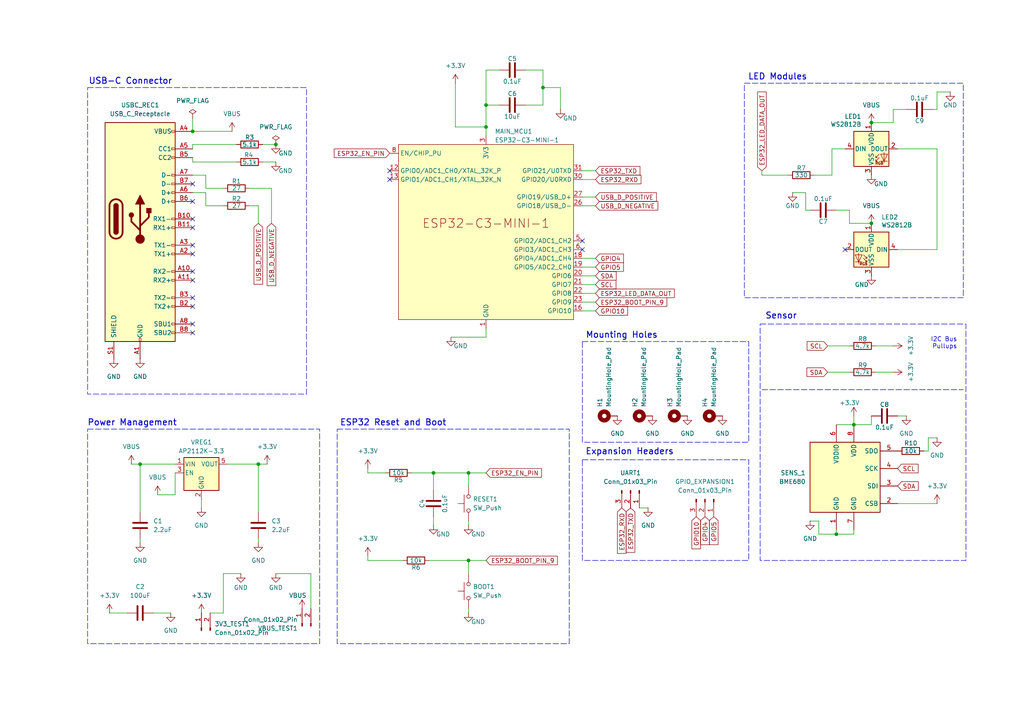
<source format=kicad_sch>
(kicad_sch (version 20250114) (generator "eeschema") (generator_version "9.0")
  (paper "A4")
  (title_block (title "THPDL-2511") (date "2025-12-01") (rev "1.0") (company "Stratos Thivaios (c) 2025 - https://github.com/sthivaios"))
  (lib_symbols
    (symbol "Connector:Conn_01x02_Pin" (pin_names (offset 1.016) (hide yes))
      (property "Reference" "J" (at 0 2.54 0))
      (property "Value" "Conn_01x02_Pin" (at 0 -5.08 0))
      (symbol "Conn_01x02_Pin_1_1"
        (rectangle (start 0.8636 0.127) (end 0 -0.127) (stroke (width 0.1524)) (fill (type outline)))
        (rectangle (start 0.8636 -2.413) (end 0 -2.667) (stroke (width 0.1524)) (fill (type outline)))
        (polyline (pts (xy 1.27 0) (xy 0.8636 0)) (stroke (width 0.1524)))
        (polyline (pts (xy 1.27 -2.54) (xy 0.8636 -2.54)) (stroke (width 0.1524)))
        (pin passive line (at 5.08 0 180) (length 3.81) (name "Pin_1") (number "1"))
        (pin passive line (at 5.08 -2.54 180) (length 3.81) (name "Pin_2") (number "2"))
      )
    )
    (symbol "Connector:Conn_01x03_Pin" (pin_names (offset 1.016) (hide yes))
      (property "Reference" "J" (at 0 5.08 0))
      (property "Value" "Conn_01x03_Pin" (at 0 -5.08 0))
      (symbol "Conn_01x03_Pin_1_1"
        (rectangle (start 0.8636 2.667) (end 0 2.413) (stroke (width 0.1524)) (fill (type outline)))
        (rectangle (start 0.8636 0.127) (end 0 -0.127) (stroke (width 0.1524)) (fill (type outline)))
        (rectangle (start 0.8636 -2.413) (end 0 -2.667) (stroke (width 0.1524)) (fill (type outline)))
        (polyline (pts (xy 1.27 2.54) (xy 0.8636 2.54)) (stroke (width 0.1524)))
        (polyline (pts (xy 1.27 0) (xy 0.8636 0)) (stroke (width 0.1524)))
        (polyline (pts (xy 1.27 -2.54) (xy 0.8636 -2.54)) (stroke (width 0.1524)))
        (pin passive line (at 5.08 2.54 180) (length 3.81) (name "Pin_1") (number "1"))
        (pin passive line (at 5.08 0 180) (length 3.81) (name "Pin_2") (number "2"))
        (pin passive line (at 5.08 -2.54 180) (length 3.81) (name "Pin_3") (number "3"))
      )
    )
    (symbol "Connector:USB_C_Receptacle" (pin_names (offset 1.016))
      (property "Reference" "J" (at -10.16 29.21 0))
      (property "Value" "USB_C_Receptacle" (at 10.16 29.21 0))
      (symbol "USB_C_Receptacle_0_0"
        (rectangle (start -0.254 -35.56) (end 0.254 -34.544))
        (rectangle (start 10.16 25.654) (end 9.144 25.146))
        (rectangle (start 10.16 20.574) (end 9.144 20.066))
        (rectangle (start 10.16 18.034) (end 9.144 17.526))
        (rectangle (start 10.16 12.954) (end 9.144 12.446))
        (rectangle (start 10.16 10.414) (end 9.144 9.906))
        (rectangle (start 10.16 7.874) (end 9.144 7.366))
        (rectangle (start 10.16 5.334) (end 9.144 4.826))
        (rectangle (start 10.16 0.254) (end 9.144 -0.254))
        (rectangle (start 10.16 -2.286) (end 9.144 -2.794))
        (rectangle (start 10.16 -7.366) (end 9.144 -7.874))
        (rectangle (start 10.16 -9.906) (end 9.144 -10.414))
        (rectangle (start 10.16 -14.986) (end 9.144 -15.494))
        (rectangle (start 10.16 -17.526) (end 9.144 -18.034))
        (rectangle (start 10.16 -22.606) (end 9.144 -23.114))
        (rectangle (start 10.16 -25.146) (end 9.144 -25.654))
        (rectangle (start 10.16 -30.226) (end 9.144 -30.734))
        (rectangle (start 10.16 -32.766) (end 9.144 -33.274))
      )
      (symbol "USB_C_Receptacle_0_1"
        (rectangle (start -10.16 27.94) (end 10.16 -35.56) (stroke (width 0.254)) (fill (type background)))
        (polyline (pts (xy -8.89 -3.81) (xy -8.89 3.81)) (stroke (width 0.508)))
        (rectangle (start -7.62 -3.81) (end -6.35 3.81) (stroke (width 0.254)) (fill (type outline)))
        (arc (start -7.62 3.81) (mid -6.985 4.4423) (end -6.35 3.81) (stroke (width 0.254)))
        (arc (start -7.62 3.81) (mid -6.985 4.4423) (end -6.35 3.81) (stroke (width 0.254)) (fill (type outline)))
        (arc (start -8.89 3.81) (mid -6.985 5.7067) (end -5.08 3.81) (stroke (width 0.508)))
        (arc (start -5.08 -3.81) (mid -6.985 -5.7067) (end -8.89 -3.81) (stroke (width 0.508)))
        (arc (start -6.35 -3.81) (mid -6.985 -4.4423) (end -7.62 -3.81) (stroke (width 0.254)))
        (arc (start -6.35 -3.81) (mid -6.985 -4.4423) (end -7.62 -3.81) (stroke (width 0.254)) (fill (type outline)))
        (polyline (pts (xy -5.08 3.81) (xy -5.08 -3.81)) (stroke (width 0.508)))
      )
      (symbol "USB_C_Receptacle_1_1"
        (circle (center -2.54 1.143) (radius 0.635) (stroke (width 0.254)) (fill (type outline)))
        (polyline (pts (xy -1.27 4.318) (xy 0 6.858) (xy 1.27 4.318) (xy -1.27 4.318)) (stroke (width 0.254)) (fill (type outline)))
        (polyline (pts (xy 0 -2.032) (xy 2.54 0.508) (xy 2.54 1.778)) (stroke (width 0.508)))
        (polyline (pts (xy 0 -3.302) (xy -2.54 -0.762) (xy -2.54 0.508)) (stroke (width 0.508)))
        (polyline (pts (xy 0 -5.842) (xy 0 4.318)) (stroke (width 0.508)))
        (circle (center 0 -5.842) (radius 1.27) (fill (type outline)))
        (rectangle (start 1.905 1.778) (end 3.175 3.048) (stroke (width 0.254)) (fill (type outline)))
        (pin passive line (at -7.62 -40.64 90) (length 5.08) (name "SHIELD") (number "S1"))
        (pin passive line (at 0 -40.64 90) (length 5.08) (name "GND") (number "A1"))
        (pin passive line (at 0 -40.64 90) (length 5.08) (hide yes) (name "GND") (number "A12"))
        (pin passive line (at 0 -40.64 90) (length 5.08) (hide yes) (name "GND") (number "B1"))
        (pin passive line (at 0 -40.64 90) (length 5.08) (hide yes) (name "GND") (number "B12"))
        (pin passive line (at 15.24 25.4 180) (length 5.08) (name "VBUS") (number "A4"))
        (pin passive line (at 15.24 25.4 180) (length 5.08) (hide yes) (name "VBUS") (number "A9"))
        (pin passive line (at 15.24 25.4 180) (length 5.08) (hide yes) (name "VBUS") (number "B4"))
        (pin passive line (at 15.24 25.4 180) (length 5.08) (hide yes) (name "VBUS") (number "B9"))
        (pin bidirectional line (at 15.24 20.32 180) (length 5.08) (name "CC1") (number "A5"))
        (pin bidirectional line (at 15.24 17.78 180) (length 5.08) (name "CC2") (number "B5"))
        (pin bidirectional line (at 15.24 12.7 180) (length 5.08) (name "D-") (number "A7"))
        (pin bidirectional line (at 15.24 10.16 180) (length 5.08) (name "D-") (number "B7"))
        (pin bidirectional line (at 15.24 7.62 180) (length 5.08) (name "D+") (number "A6"))
        (pin bidirectional line (at 15.24 5.08 180) (length 5.08) (name "D+") (number "B6"))
        (pin bidirectional line (at 15.24 0 180) (length 5.08) (name "RX1-") (number "B10"))
        (pin bidirectional line (at 15.24 -2.54 180) (length 5.08) (name "RX1+") (number "B11"))
        (pin bidirectional line (at 15.24 -7.62 180) (length 5.08) (name "TX1-") (number "A3"))
        (pin bidirectional line (at 15.24 -10.16 180) (length 5.08) (name "TX1+") (number "A2"))
        (pin bidirectional line (at 15.24 -15.24 180) (length 5.08) (name "RX2-") (number "A10"))
        (pin bidirectional line (at 15.24 -17.78 180) (length 5.08) (name "RX2+") (number "A11"))
        (pin bidirectional line (at 15.24 -22.86 180) (length 5.08) (name "TX2-") (number "B3"))
        (pin bidirectional line (at 15.24 -25.4 180) (length 5.08) (name "TX2+") (number "B2"))
        (pin bidirectional line (at 15.24 -30.48 180) (length 5.08) (name "SBU1") (number "A8"))
        (pin bidirectional line (at 15.24 -33.02 180) (length 5.08) (name "SBU2") (number "B8"))
      )
    )
    (symbol "Device:C" (pin_numbers (hide yes)) (pin_names (offset 0.254))
      (property "Reference" "C" (at 0.635 2.54 0))
      (property "Value" "C" (at 0.635 -2.54 0))
      (symbol "C_0_1"
        (polyline (pts (xy -2.032 0.762) (xy 2.032 0.762)) (stroke (width 0.508)))
        (polyline (pts (xy -2.032 -0.762) (xy 2.032 -0.762)) (stroke (width 0.508)))
      )
      (symbol "C_1_1"
        (pin passive line (at 0 3.81 270) (length 2.794) (name "~") (number "1"))
        (pin passive line (at 0 -3.81 90) (length 2.794) (name "~") (number "2"))
      )
    )
    (symbol "Device:R" (pin_numbers (hide yes)) (pin_names (offset 0))
      (property "Reference" "R" (at 2.032 0 90))
      (property "Value" "R" (at 0 0 90))
      (symbol "R_0_1"
        (rectangle (start -1.016 -2.54) (end 1.016 2.54) (stroke (width 0.254)))
      )
      (symbol "R_1_1"
        (pin passive line (at 0 3.81 270) (length 1.27) (name "~") (number "1"))
        (pin passive line (at 0 -3.81 90) (length 1.27) (name "~") (number "2"))
      )
    )
    (symbol "LED:WS2812B" (pin_names (offset 0.254))
      (property "Reference" "D" (at 5.08 5.715 0))
      (property "Value" "WS2812B" (at 1.27 -5.715 0))
      (symbol "WS2812B_0_0"
        (text "RGB" (at 2.286 -4.191 0) (effects (font (size 0.762 0.762))))
      )
      (symbol "WS2812B_0_1"
        (polyline (pts (xy 1.27 -2.54) (xy 1.778 -2.54)))
        (polyline (pts (xy 1.27 -3.556) (xy 1.778 -3.556)))
        (polyline (pts (xy 2.286 -1.524) (xy 1.27 -2.54) (xy 1.27 -2.032)))
        (polyline (pts (xy 2.286 -2.54) (xy 1.27 -3.556) (xy 1.27 -3.048)))
        (polyline (pts (xy 3.683 -1.016) (xy 3.683 -3.556) (xy 3.683 -4.064)))
        (polyline (pts (xy 4.699 -1.524) (xy 2.667 -1.524) (xy 3.683 -3.556) (xy 4.699 -1.524)))
        (polyline (pts (xy 4.699 -3.556) (xy 2.667 -3.556)))
        (rectangle (start 5.08 5.08) (end -5.08 -5.08) (stroke (width 0.254)) (fill (type background)))
      )
      (symbol "WS2812B_1_1"
        (pin input line (at -7.62 0 0) (length 2.54) (name "DIN") (number "4"))
        (pin power_in line (at 0 7.62 270) (length 2.54) (name "VDD") (number "1"))
        (pin power_in line (at 0 -7.62 90) (length 2.54) (name "VSS") (number "3"))
        (pin output line (at 7.62 0 180) (length 2.54) (name "DOUT") (number "2"))
      )
    )
    (symbol "Mechanical:MountingHole_Pad" (pin_numbers (hide yes)) (pin_names (offset 1.016) (hide yes)) (in_bom no)
      (property "Reference" "H" (at 0 6.35 0))
      (property "Value" "MountingHole_Pad" (at 0 4.445 0))
      (symbol "MountingHole_Pad_0_1"
        (circle (center 0 1.27) (radius 1.27) (stroke (width 1.27)))
      )
      (symbol "MountingHole_Pad_1_1"
        (pin input line (at 0 -2.54 90) (length 2.54) (name "1") (number "1"))
      )
    )
    (symbol "PCM_Espressif:ESP32-C3-MINI-1"
      (property "Reference" "U" (at -25.4 30.48 0))
      (property "Value" "ESP32-C3-MINI-1" (at -25.4 27.94 0))
      (symbol "ESP32-C3-MINI-1_0_0"
        (text "ESP32-C3-MINI-1" (at 0 2.54 0) (effects (font (size 2.54 2.54))))
      )
      (symbol "ESP32-C3-MINI-1_0_1"
        (rectangle (start -25.4 25.4) (end 25.4 -25.4) (fill (type background)))
      )
      (symbol "ESP32-C3-MINI-1_1_1"
        (pin input line (at -27.94 22.86 0) (length 2.54) (name "EN/CHIP_PU") (number "8"))
        (pin bidirectional line (at -27.94 17.78 0) (length 2.54) (name "GPIO0/ADC1_CH0/XTAL_32K_P") (number "12"))
        (pin bidirectional line (at -27.94 15.24 0) (length 2.54) (name "GPIO1/ADC1_CH1/XTAL_32K_N") (number "13"))
        (pin no_connect line (at -25.4 10.16 0) (length 2.54) (hide yes) (name "NC") (number "4"))
        (pin no_connect line (at -25.4 7.62 0) (length 2.54) (hide yes) (name "NC") (number "7"))
        (pin no_connect line (at -25.4 5.08 0) (length 2.54) (hide yes) (name "NC") (number "9"))
        (pin no_connect line (at -25.4 2.54 0) (length 2.54) (hide yes) (name "NC") (number "10"))
        (pin no_connect line (at -25.4 0 0) (length 2.54) (hide yes) (name "NC") (number "15"))
        (pin no_connect line (at -25.4 -2.54 0) (length 2.54) (hide yes) (name "NC") (number "17"))
        (pin no_connect line (at -25.4 -5.08 0) (length 2.54) (hide yes) (name "NC") (number "24"))
        (pin no_connect line (at -25.4 -7.62 0) (length 2.54) (hide yes) (name "NC") (number "25"))
        (pin no_connect line (at -25.4 -10.16 0) (length 2.54) (hide yes) (name "NC") (number "28"))
        (pin no_connect line (at -25.4 -12.7 0) (length 2.54) (hide yes) (name "NC") (number "29"))
        (pin no_connect line (at -25.4 -15.24 0) (length 2.54) (hide yes) (name "NC") (number "32"))
        (pin no_connect line (at -25.4 -17.78 0) (length 2.54) (hide yes) (name "NC") (number "33"))
        (pin no_connect line (at -25.4 -20.32 0) (length 2.54) (hide yes) (name "NC") (number "34"))
        (pin no_connect line (at -25.4 -22.86 0) (length 2.54) (hide yes) (name "NC") (number "35"))
        (pin power_in line (at 0 27.94 270) (length 2.54) (name "3V3") (number "3"))
        (pin power_in line (at 0 -27.94 90) (length 2.54) (name "GND") (number "1"))
        (pin passive line (at 0 -27.94 90) (length 2.54) (hide yes) (name "GND") (number "11"))
        (pin passive line (at 0 -27.94 90) (length 2.54) (hide yes) (name "GND") (number "14"))
        (pin passive line (at 0 -27.94 90) (length 2.54) (hide yes) (name "GND") (number "2"))
        (pin passive line (at 0 -27.94 90) (length 2.54) (hide yes) (name "GND") (number "36"))
        (pin passive line (at 0 -27.94 90) (length 2.54) (hide yes) (name "GND") (number "37"))
        (pin passive line (at 0 -27.94 90) (length 2.54) (hide yes) (name "GND") (number "38"))
        (pin passive line (at 0 -27.94 90) (length 2.54) (hide yes) (name "GND") (number "39"))
        (pin passive line (at 0 -27.94 90) (length 2.54) (hide yes) (name "GND") (number "40"))
        (pin passive line (at 0 -27.94 90) (length 2.54) (hide yes) (name "GND") (number "41"))
        (pin passive line (at 0 -27.94 90) (length 2.54) (hide yes) (name "GND") (number "42"))
        (pin passive line (at 0 -27.94 90) (length 2.54) (hide yes) (name "GND") (number "43"))
        (pin passive line (at 0 -27.94 90) (length 2.54) (hide yes) (name "GND") (number "44"))
        (pin passive line (at 0 -27.94 90) (length 2.54) (hide yes) (name "GND") (number "45"))
        (pin passive line (at 0 -27.94 90) (length 2.54) (hide yes) (name "GND") (number "46"))
        (pin passive line (at 0 -27.94 90) (length 2.54) (hide yes) (name "GND") (number "47"))
        (pin passive line (at 0 -27.94 90) (length 2.54) (hide yes) (name "GND") (number "48"))
        (pin passive line (at 0 -27.94 90) (length 2.54) (hide yes) (name "GND") (number "49"))
        (pin passive line (at 0 -27.94 90) (length 2.54) (hide yes) (name "GND") (number "50"))
        (pin passive line (at 0 -27.94 90) (length 2.54) (hide yes) (name "GND") (number "51"))
        (pin passive line (at 0 -27.94 90) (length 2.54) (hide yes) (name "GND") (number "52"))
        (pin passive line (at 0 -27.94 90) (length 2.54) (hide yes) (name "GND") (number "53"))
        (pin bidirectional line (at 27.94 17.78 180) (length 2.54) (name "GPIO21/U0TXD") (number "31"))
        (pin bidirectional line (at 27.94 15.24 180) (length 2.54) (name "GPIO20/U0RXD") (number "30"))
        (pin bidirectional line (at 27.94 10.16 180) (length 2.54) (name "GPIO19/USB_D+") (number "27"))
        (pin bidirectional line (at 27.94 7.62 180) (length 2.54) (name "GPIO18/USB_D-") (number "26"))
        (pin bidirectional line (at 27.94 -2.54 180) (length 2.54) (name "GPIO2/ADC1_CH2") (number "5"))
        (pin bidirectional line (at 27.94 -5.08 180) (length 2.54) (name "GPIO3/ADC1_CH3") (number "6"))
        (pin bidirectional line (at 27.94 -7.62 180) (length 2.54) (name "GPIO4/ADC1_CH4") (number "18"))
        (pin bidirectional line (at 27.94 -10.16 180) (length 2.54) (name "GPIO5/ADC2_CH0") (number "19"))
        (pin bidirectional line (at 27.94 -12.7 180) (length 2.54) (name "GPIO6") (number "20"))
        (pin bidirectional line (at 27.94 -15.24 180) (length 2.54) (name "GPIO7") (number "21"))
        (pin bidirectional line (at 27.94 -17.78 180) (length 2.54) (name "GPIO8") (number "22"))
        (pin bidirectional line (at 27.94 -20.32 180) (length 2.54) (name "GPIO9") (number "23"))
        (pin bidirectional line (at 27.94 -22.86 180) (length 2.54) (name "GPIO10") (number "16"))
      )
    )
    (symbol "Regulator_Linear:AP2112K-3.3" (pin_names (offset 0.254))
      (property "Reference" "U" (at -5.08 5.715 0))
      (property "Value" "AP2112K-3.3" (at 0 5.715 0))
      (symbol "AP2112K-3.3_0_1"
        (rectangle (start -5.08 4.445) (end 5.08 -5.08) (stroke (width 0.254)) (fill (type background)))
      )
      (symbol "AP2112K-3.3_1_1"
        (pin power_in line (at -7.62 2.54 0) (length 2.54) (name "VIN") (number "1"))
        (pin input line (at -7.62 0 0) (length 2.54) (name "EN") (number "3"))
        (pin power_in line (at 0 -7.62 90) (length 2.54) (name "GND") (number "2"))
        (pin no_connect line (at 5.08 0 180) (length 2.54) (hide yes) (name "NC") (number "4"))
        (pin power_out line (at 7.62 2.54 180) (length 2.54) (name "VOUT") (number "5"))
      )
    )
    (symbol "Sensor:BME680"
      (property "Reference" "U" (at -8.89 11.43 0))
      (property "Value" "BME680" (at 7.62 11.43 0))
      (symbol "BME680_0_1"
        (rectangle (start -10.16 10.16) (end 10.16 -10.16) (stroke (width 0.254)) (fill (type background)))
      )
      (symbol "BME680_1_1"
        (pin power_in line (at -2.54 15.24 270) (length 5.08) (name "VDDIO") (number "6"))
        (pin power_in line (at -2.54 -15.24 90) (length 5.08) (name "GND") (number "1"))
        (pin power_in line (at 2.54 15.24 270) (length 5.08) (name "VDD") (number "8"))
        (pin power_in line (at 2.54 -15.24 90) (length 5.08) (name "GND") (number "7"))
        (pin bidirectional line (at 15.24 7.62 180) (length 5.08) (name "SDO") (number "5"))
        (pin input line (at 15.24 2.54 180) (length 5.08) (name "SCK") (number "4"))
        (pin bidirectional line (at 15.24 -2.54 180) (length 5.08) (name "SDI") (number "3"))
        (pin input line (at 15.24 -7.62 180) (length 5.08) (name "CSB") (number "2"))
      )
    )
    (symbol "Switch:SW_Push" (pin_numbers (hide yes)) (pin_names (offset 1.016) (hide yes))
      (property "Reference" "SW" (at 1.27 2.54 0))
      (property "Value" "SW_Push" (at 0 -1.524 0))
      (symbol "SW_Push_0_1"
        (circle (center -2.032 0) (radius 0.508))
        (polyline (pts (xy 0 1.27) (xy 0 3.048)))
        (circle (center 2.032 0) (radius 0.508))
        (polyline (pts (xy 2.54 1.27) (xy -2.54 1.27)))
        (pin passive line (at -5.08 0 0) (length 2.54) (name "1") (number "1"))
        (pin passive line (at 5.08 0 180) (length 2.54) (name "2") (number "2"))
      )
    )
    (symbol "power:+3.3V" (power) (pin_numbers (hide yes)) (pin_names (offset 0) (hide yes))
      (property "Value" "+3.3V" (at 0 3.556 0))
      (symbol "+3.3V_0_1"
        (polyline (pts (xy -0.762 1.27) (xy 0 2.54)))
        (polyline (pts (xy 0 2.54) (xy 0.762 1.27)))
        (polyline (pts (xy 0 0) (xy 0 2.54)))
      )
      (symbol "+3.3V_1_1"
        (pin power_in line (at 0 0 90) (length 0) (name "~") (number "1"))
      )
    )
    (symbol "power:GND" (power) (pin_numbers (hide yes)) (pin_names (offset 0) (hide yes))
      (property "Value" "GND" (at 0 -3.81 0))
      (symbol "GND_0_1"
        (polyline (pts (xy 0 0) (xy 0 -1.27) (xy 1.27 -1.27) (xy 0 -2.54) (xy -1.27 -1.27) (xy 0 -1.27)))
      )
      (symbol "GND_1_1"
        (pin power_in line (at 0 0 270) (length 0) (name "~") (number "1"))
      )
    )
    (symbol "power:PWR_FLAG" (power) (pin_numbers (hide yes)) (pin_names (offset 0) (hide yes))
      (property "Value" "PWR_FLAG" (at 0 3.81 0))
      (symbol "PWR_FLAG_0_0"
        (pin power_out line (at 0 0 90) (length 0) (name "~") (number "1"))
      )
      (symbol "PWR_FLAG_0_1"
        (polyline (pts (xy 0 0) (xy 0 1.27) (xy -1.016 1.905) (xy 0 2.54) (xy 1.016 1.905) (xy 0 1.27)))
      )
    )
    (symbol "power:VBUS" (power) (pin_numbers (hide yes)) (pin_names (offset 0) (hide yes))
      (property "Value" "VBUS" (at 0 3.556 0))
      (symbol "VBUS_0_1"
        (polyline (pts (xy -0.762 1.27) (xy 0 2.54)))
        (polyline (pts (xy 0 2.54) (xy 0.762 1.27)))
        (polyline (pts (xy 0 0) (xy 0 2.54)))
      )
      (symbol "VBUS_1_1"
        (pin power_in line (at 0 0 90) (length 0) (name "~") (number "1"))
      )
    )
  )
  (rectangle (start 168.91 99.06) (end 217.17 128.27) (stroke (width 0) (type dash)))
  (rectangle (start 168.91 133.35) (end 217.17 162.56) (stroke (width 0) (type dash)))
  (rectangle (start 25.4 124.46) (end 92.71 186.69) (stroke (width 0) (type dash)))
  (rectangle (start 215.9 24.13) (end 279.4 86.36) (stroke (width 0) (type dash)))
  (rectangle (start 97.79 124.46) (end 165.1 186.69) (stroke (width 0) (type dash)))
  (rectangle (start 220.472 93.98) (end 280.162 162.56) (stroke (width 0) (type dash)))
  (rectangle (start 25.4 25.4) (end 88.9 114.3) (stroke (width 0) (type dash)))
  (text "Mounting Holes" (at 180.34 97.282 0) (effects (font (size 1.778 1.778) (thickness 0.254) (bold yes))))
  (text "ESP32 Reset and Boot" (at 114.046 122.682 0) (effects (font (size 1.778 1.778) (thickness 0.254) (bold yes))))
  (text "Power Management" (at 38.354 122.682 0) (effects (font (size 1.778 1.778) (thickness 0.254) (bold yes))))
  (text "USB-C Connector" (at 37.846 23.622 0) (effects (font (size 1.778 1.778) (thickness 0.254) (bold yes))))
  (text "Expansion Headers" (at 182.626 131.064 0) (effects (font (size 1.778 1.778) (thickness 0.254) (bold yes))))
  (text "LED Modules" (at 216.916 22.352 0) (effects (font (size 1.778 1.778) (thickness 0.254) (bold yes)) (justify left)))
  (text "Sensor" (at 226.568 91.694 0) (effects (font (size 1.778 1.778) (thickness 0.254) (bold yes))))
  (text "I2C Bus\nPullups" (at 277.622 99.568 0) (effects (font (size 1.27 1.27)) (justify right)))
  (junction (at 242.57 154.94))
  (junction (at 157.48 25.4))
  (junction (at 40.64 134.62))
  (junction (at 140.97 30.48))
  (junction (at 80.01 41.91))
  (junction (at 74.93 134.62))
  (junction (at 55.88 38.1))
  (junction (at 247.65 123.19))
  (junction (at 135.89 137.16))
  (junction (at 140.97 36.83))
  (junction (at 135.89 162.56))
  (junction (at 252.73 64.77))
  (junction (at 125.73 137.16))
  (junction (at 252.73 35.56))
  (no_connect (at 55.88 96.52))
  (no_connect (at 168.91 72.39))
  (no_connect (at 55.88 78.74))
  (no_connect (at 55.88 73.66))
  (no_connect (at 245.11 72.39))
  (no_connect (at 55.88 88.9))
  (no_connect (at 168.91 69.85))
  (no_connect (at 55.88 53.34))
  (no_connect (at 55.88 93.98))
  (no_connect (at 55.88 66.04))
  (no_connect (at 113.03 52.07))
  (no_connect (at 55.88 63.5))
  (no_connect (at 55.88 86.36))
  (no_connect (at 55.88 58.42))
  (no_connect (at 113.03 49.53))
  (no_connect (at 55.88 81.28))
  (no_connect (at 55.88 71.12))
  (wire (pts (xy 168.91 90.17) (xy 172.72 90.17)))
  (wire (pts (xy 106.68 137.16) (xy 106.68 135.89)))
  (wire (pts (xy 125.73 137.16) (xy 119.38 137.16)))
  (wire (pts (xy 241.3 43.18) (xy 245.11 43.18)))
  (wire (pts (xy 162.56 25.4) (xy 162.56 31.75)))
  (wire (pts (xy 55.88 34.29) (xy 55.88 38.1)))
  (wire (pts (xy 271.78 31.75) (xy 271.78 26.67)))
  (wire (pts (xy 55.88 41.91) (xy 68.58 41.91)))
  (wire (pts (xy 168.91 57.15) (xy 172.72 57.15)))
  (wire (pts (xy 125.73 137.16) (xy 135.89 137.16)))
  (wire (pts (xy 271.78 26.67) (xy 275.59 26.67)))
  (wire (pts (xy 247.65 123.19) (xy 252.73 123.19)))
  (wire (pts (xy 135.89 176.53) (xy 135.89 177.8)))
  (wire (pts (xy 259.08 35.56) (xy 259.08 31.75)))
  (wire (pts (xy 45.72 143.51) (xy 50.8 143.51)))
  (wire (pts (xy 242.57 154.94) (xy 247.65 154.94)))
  (wire (pts (xy 60.96 177.8) (xy 64.77 177.8)))
  (wire (pts (xy 271.78 31.75) (xy 270.51 31.75)))
  (wire (pts (xy 259.08 100.33) (xy 254 100.33)))
  (wire (pts (xy 247.65 120.65) (xy 247.65 123.19)))
  (wire (pts (xy 242.57 153.67) (xy 242.57 154.94)))
  (wire (pts (xy 125.73 149.86) (xy 125.73 152.4)))
  (wire (pts (xy 252.73 64.77) (xy 246.38 64.77)))
  (wire (pts (xy 220.98 49.53) (xy 220.98 50.8)))
  (wire (pts (xy 240.03 100.33) (xy 246.38 100.33)))
  (wire (pts (xy 55.88 45.72) (xy 55.88 46.99)))
  (wire (pts (xy 157.48 25.4) (xy 162.56 25.4)))
  (wire (pts (xy 55.88 46.99) (xy 68.58 46.99)))
  (wire (pts (xy 172.72 87.63) (xy 168.91 87.63)))
  (wire (pts (xy 59.69 59.69) (xy 64.77 59.69)))
  (wire (pts (xy 130.81 97.79) (xy 140.97 97.79)))
  (wire (pts (xy 252.73 35.56) (xy 259.08 35.56)))
  (wire (pts (xy 259.08 31.75) (xy 262.89 31.75)))
  (wire (pts (xy 59.69 54.61) (xy 59.69 50.8)))
  (wire (pts (xy 132.08 36.83) (xy 132.08 24.13)))
  (wire (pts (xy 242.57 123.19) (xy 247.65 123.19)))
  (wire (pts (xy 59.69 50.8) (xy 55.88 50.8)))
  (wire (pts (xy 55.88 38.1) (xy 67.31 38.1)))
  (wire (pts (xy 168.91 82.55) (xy 172.72 82.55)))
  (wire (pts (xy 59.69 54.61) (xy 64.77 54.61)))
  (wire (pts (xy 135.89 137.16) (xy 135.89 140.97)))
  (wire (pts (xy 140.97 97.79) (xy 140.97 95.25)))
  (wire (pts (xy 78.74 64.77) (xy 78.74 54.61)))
  (wire (pts (xy 260.35 120.65) (xy 262.89 120.65)))
  (wire (pts (xy 125.73 137.16) (xy 125.73 142.24)))
  (wire (pts (xy 236.22 50.8) (xy 241.3 50.8)))
  (wire (pts (xy 140.97 36.83) (xy 140.97 39.37)))
  (wire (pts (xy 168.91 49.53) (xy 172.72 49.53)))
  (wire (pts (xy 259.08 107.95) (xy 254 107.95)))
  (wire (pts (xy 246.38 60.96) (xy 242.57 60.96)))
  (wire (pts (xy 157.48 20.32) (xy 157.48 25.4)))
  (wire (pts (xy 58.42 144.78) (xy 58.42 147.32)))
  (wire (pts (xy 233.68 60.96) (xy 233.68 55.88)))
  (wire (pts (xy 237.49 154.94) (xy 242.57 154.94)))
  (wire (pts (xy 247.65 154.94) (xy 247.65 153.67)))
  (wire (pts (xy 269.24 130.81) (xy 269.24 127)))
  (wire (pts (xy 260.35 146.05) (xy 271.78 146.05)))
  (wire (pts (xy 267.97 130.81) (xy 269.24 130.81)))
  (wire (pts (xy 40.64 156.21) (xy 40.64 157.48)))
  (wire (pts (xy 72.39 54.61) (xy 78.74 54.61)))
  (wire (pts (xy 74.93 134.62) (xy 77.47 134.62)))
  (wire (pts (xy 240.03 107.95) (xy 246.38 107.95)))
  (wire (pts (xy 124.46 162.56) (xy 135.89 162.56)))
  (wire (pts (xy 106.68 137.16) (xy 111.76 137.16)))
  (wire (pts (xy 31.75 177.8) (xy 36.83 177.8)))
  (wire (pts (xy 168.91 59.69) (xy 172.72 59.69)))
  (wire (pts (xy 144.78 20.32) (xy 140.97 20.32)))
  (wire (pts (xy 74.93 156.21) (xy 74.93 157.48)))
  (wire (pts (xy 106.68 162.56) (xy 106.68 161.29)))
  (wire (pts (xy 237.49 154.94) (xy 237.49 151.13)))
  (wire (pts (xy 135.89 151.13) (xy 135.89 152.4)))
  (wire (pts (xy 144.78 30.48) (xy 140.97 30.48)))
  (wire (pts (xy 220.98 50.8) (xy 228.6 50.8)))
  (wire (pts (xy 168.91 77.47) (xy 172.72 77.47)))
  (wire (pts (xy 140.97 20.32) (xy 140.97 30.48)))
  (wire (pts (xy 55.88 43.18) (xy 55.88 41.91)))
  (wire (pts (xy 252.73 123.19) (xy 252.73 120.65)))
  (wire (pts (xy 140.97 30.48) (xy 140.97 36.83)))
  (wire (pts (xy 168.91 85.09) (xy 172.72 85.09)))
  (wire (pts (xy 66.04 134.62) (xy 74.93 134.62)))
  (wire (pts (xy 59.69 55.88) (xy 55.88 55.88)))
  (wire (pts (xy 246.38 64.77) (xy 246.38 60.96)))
  (wire (pts (xy 157.48 25.4) (xy 157.48 30.48)))
  (wire (pts (xy 233.68 55.88) (xy 229.87 55.88)))
  (wire (pts (xy 135.89 162.56) (xy 140.97 162.56)))
  (wire (pts (xy 271.78 43.18) (xy 271.78 72.39)))
  (wire (pts (xy 74.93 59.69) (xy 72.39 59.69)))
  (wire (pts (xy 237.49 151.13) (xy 234.95 151.13)))
  (wire (pts (xy 168.91 52.07) (xy 172.72 52.07)))
  (wire (pts (xy 40.64 134.62) (xy 50.8 134.62)))
  (wire (pts (xy 80.01 46.99) (xy 76.2 46.99)))
  (polyline (pts (xy 220.98 113.03) (xy 279.4 113.03)) (stroke (width 0) (type dash)))
  (wire (pts (xy 187.96 147.32) (xy 185.42 147.32)))
  (wire (pts (xy 135.89 162.56) (xy 135.89 166.37)))
  (wire (pts (xy 233.68 60.96) (xy 234.95 60.96)))
  (wire (pts (xy 269.24 127) (xy 271.78 127)))
  (wire (pts (xy 90.17 166.37) (xy 90.17 176.53)))
  (wire (pts (xy 152.4 20.32) (xy 157.48 20.32)))
  (wire (pts (xy 59.69 59.69) (xy 59.69 55.88)))
  (wire (pts (xy 260.35 43.18) (xy 271.78 43.18)))
  (wire (pts (xy 49.53 177.8) (xy 44.45 177.8)))
  (wire (pts (xy 64.77 166.37) (xy 69.85 166.37)))
  (wire (pts (xy 40.64 134.62) (xy 40.64 148.59)))
  (wire (pts (xy 50.8 143.51) (xy 50.8 137.16)))
  (wire (pts (xy 64.77 177.8) (xy 64.77 166.37)))
  (wire (pts (xy 168.91 74.93) (xy 172.72 74.93)))
  (wire (pts (xy 80.01 41.91) (xy 76.2 41.91)))
  (wire (pts (xy 106.68 162.56) (xy 116.84 162.56)))
  (wire (pts (xy 168.91 80.01) (xy 172.72 80.01)))
  (wire (pts (xy 157.48 30.48) (xy 152.4 30.48)))
  (wire (pts (xy 271.78 72.39) (xy 260.35 72.39)))
  (wire (pts (xy 241.3 50.8) (xy 241.3 43.18)))
  (wire (pts (xy 132.08 36.83) (xy 140.97 36.83)))
  (wire (pts (xy 74.93 59.69) (xy 74.93 64.77)))
  (wire (pts (xy 80.01 166.37) (xy 90.17 166.37)))
  (wire (pts (xy 38.1 134.62) (xy 40.64 134.62)))
  (wire (pts (xy 135.89 137.16) (xy 140.97 137.16)))
  (wire (pts (xy 74.93 134.62) (xy 74.93 148.59)))
  (global_label "SCL" (shape input) (at 172.72 82.55 0) (property "Intersheetrefs" "${INTERSHEET_REFS}" (effects (hide yes))))
  (global_label "ESP32_EN_PIN" (shape input) (at 140.97 137.16 0) (property "Intersheetrefs" "${INTERSHEET_REFS}" (effects (hide yes))))
  (global_label "GPIO10" (shape input) (at 201.93 149.86 270) (property "Intersheetrefs" "${INTERSHEET_REFS}" (effects (hide yes))))
  (global_label "USB_D_POSITIVE" (shape input) (at 172.72 57.15 0) (property "Intersheetrefs" "${INTERSHEET_REFS}" (effects (hide yes))))
  (global_label "GPIO10" (shape input) (at 172.72 90.17 0) (property "Intersheetrefs" "${INTERSHEET_REFS}" (effects (hide yes))))
  (global_label "ESP32_LED_DATA_OUT" (shape input) (at 172.72 85.09 0) (property "Intersheetrefs" "${INTERSHEET_REFS}" (effects (hide yes))))
  (global_label "GPIO4" (shape input) (at 172.72 74.93 0) (property "Intersheetrefs" "${INTERSHEET_REFS}" (effects (hide yes))))
  (global_label "SDA" (shape input) (at 240.03 107.95 180) (property "Intersheetrefs" "${INTERSHEET_REFS}" (effects (hide yes))))
  (global_label "SCL" (shape input) (at 260.35 135.89 0) (property "Intersheetrefs" "${INTERSHEET_REFS}" (effects (hide yes))))
  (global_label "ESP32_EN_PIN" (shape input) (at 113.03 44.45 180) (property "Intersheetrefs" "${INTERSHEET_REFS}" (effects (hide yes))))
  (global_label "ESP32_RXD" (shape input) (at 180.34 147.32 270) (property "Intersheetrefs" "${INTERSHEET_REFS}" (effects (hide yes))))
  (global_label "ESP32_TXD" (shape input) (at 182.88 147.32 270) (property "Intersheetrefs" "${INTERSHEET_REFS}" (effects (hide yes))))
  (global_label "SDA" (shape input) (at 260.35 140.97 0) (property "Intersheetrefs" "${INTERSHEET_REFS}" (effects (hide yes))))
  (global_label "GPIO5" (shape input) (at 207.01 149.86 270) (property "Intersheetrefs" "${INTERSHEET_REFS}" (effects (hide yes))))
  (global_label "ESP32_BOOT_PIN_9" (shape input) (at 140.97 162.56 0) (property "Intersheetrefs" "${INTERSHEET_REFS}" (effects (hide yes))))
  (global_label "ESP32_BOOT_PIN_9" (shape input) (at 172.72 87.63 0) (property "Intersheetrefs" "${INTERSHEET_REFS}" (effects (hide yes))))
  (global_label "ESP32_RXD" (shape input) (at 172.72 52.07 0) (property "Intersheetrefs" "${INTERSHEET_REFS}" (effects (hide yes))))
  (global_label "USB_D_NEGATIVE" (shape input) (at 78.74 64.77 270) (property "Intersheetrefs" "${INTERSHEET_REFS}" (effects (hide yes))))
  (global_label "ESP32_LED_DATA_OUT" (shape input) (at 220.98 49.53 90) (property "Intersheetrefs" "${INTERSHEET_REFS}" (effects (hide yes))))
  (global_label "SDA" (shape input) (at 172.72 80.01 0) (property "Intersheetrefs" "${INTERSHEET_REFS}" (effects (hide yes))))
  (global_label "ESP32_TXD" (shape input) (at 172.72 49.53 0) (property "Intersheetrefs" "${INTERSHEET_REFS}" (effects (hide yes))))
  (global_label "GPIO5" (shape input) (at 172.72 77.47 0) (property "Intersheetrefs" "${INTERSHEET_REFS}" (effects (hide yes))))
  (global_label "SCL" (shape input) (at 240.03 100.33 180) (property "Intersheetrefs" "${INTERSHEET_REFS}" (effects (hide yes))))
  (global_label "USB_D_NEGATIVE" (shape input) (at 172.72 59.69 0) (property "Intersheetrefs" "${INTERSHEET_REFS}" (effects (hide yes))))
  (global_label "USB_D_POSITIVE" (shape input) (at 74.93 64.77 270) (property "Intersheetrefs" "${INTERSHEET_REFS}" (effects (hide yes))))
  (global_label "GPIO4" (shape input) (at 204.47 149.86 270) (property "Intersheetrefs" "${INTERSHEET_REFS}" (effects (hide yes))))
  (symbol (lib_id "Device:R") (at 68.58 59.69 90) (unit 1)
    (property "Reference" "R2" (at 68.58 57.658 90))
    (property "Value" "27" (at 68.58 59.69 90))
    (property "Footprint" "Capacitor_SMD:C_0201_0603Metric" (effects (hide yes)))
    (property "Description" "Resistor" (effects (hide yes)))
    (property "LCSC" "C270320" (effects (hide yes)))
  )
  (symbol (lib_id "Connector:Conn_01x03_Pin") (at 204.47 144.78 270) (unit 1)
    (property "Reference" "GPIO_EXPANSION1" (at 204.47 139.7 90))
    (property "Value" "Conn_01x03_Pin" (at 204.47 142.24 90))
    (property "Footprint" "Connector_PinHeader_2.54mm:PinHeader_1x03_P2.54mm_Vertical" (effects (hide yes)))
    (property "Description" "Generic connector, single row, 01x03, script generated" (effects (hide yes)))
    (property "LCSC" "C2937625" (effects (hide yes)))
  )
  (symbol (lib_id "Connector:Conn_01x02_Pin") (at 87.63 181.61 90) (unit 1)
    (property "Reference" "VBUS_TEST1" (at 86.36 182.2451 90) (effects (justify left)))
    (property "Value" "Conn_01x02_Pin" (at 86.36 179.7051 90) (effects (justify left)))
    (property "Footprint" "Connector_PinHeader_2.54mm:PinHeader_1x02_P2.54mm_Vertical" (effects (hide yes)))
    (property "Description" "Generic connector, single row, 01x02, script generated" (effects (hide yes)))
    (property "LCSC" "C492401" (effects (hide yes)))
  )
  (symbol (lib_id "Device:C") (at 40.64 152.4 0) (mirror y) (unit 1)
    (property "Reference" "C1" (at 44.45 151.1299 0) (effects (justify right)))
    (property "Value" "2.2uF" (at 44.45 153.6699 0) (effects (justify right)))
    (property "Footprint" "Capacitor_SMD:C_0201_0603Metric" (effects (hide yes)))
    (property "Description" "Unpolarized capacitor" (effects (hide yes)))
    (property "LCSC" "C76933" (effects (hide yes)))
  )
  (symbol (lib_id "power:GND") (at 234.95 151.13 0) (unit 1)
    (property "Reference" "#PWR027" (effects (hide yes)))
    (property "Value" "GND" (at 234.95 156.21 0))
    (property "Description" "Power symbol creates a global label with name \"GND\" , ground" (effects (hide yes)))
  )
  (symbol (lib_id "power:VBUS") (at 252.73 64.77 0) (mirror y) (unit 1)
    (property "Reference" "#PWR031" (effects (hide yes)))
    (property "Value" "VBUS" (at 252.73 59.69 0))
    (property "Description" "Power symbol creates a global label with name \"VBUS\"" (effects (hide yes)))
  )
  (symbol (lib_id "power:+3.3V") (at 271.78 146.05 0) (unit 1)
    (property "Reference" "#PWR037" (effects (hide yes)))
    (property "Value" "+3.3V" (at 271.78 140.97 0))
    (property "Description" "Power symbol creates a global label with name \"+3.3V\"" (effects (hide yes)))
  )
  (symbol (lib_id "Regulator_Linear:AP2112K-3.3") (at 58.42 137.16 0) (unit 1)
    (property "Reference" "VREG1" (at 58.42 128.27 0))
    (property "Value" "AP2112K-3.3" (at 58.42 130.81 0))
    (property "Footprint" "Package_TO_SOT_SMD:SOT-23-5" (effects (hide yes)))
    (property "Datasheet" "https://www.diodes.com/assets/Datasheets/AP2112.pdf" (effects (hide yes)))
    (property "Description" "600mA low dropout linear regulator, with enable pin, 3.8V-6V input voltage range, 3.3V fixed positive output, SOT-23-5" (effects (hide yes)))
    (property "LCSC" "C51118" (effects (hide yes)))
  )
  (symbol (lib_id "Mechanical:MountingHole_Pad") (at 196.85 120.65 90) (unit 1) (in_bom no)
    (property "Reference" "H3" (at 194.3099 118.11 0) (effects (justify left)))
    (property "Value" "MountingHole_Pad" (at 196.8499 118.11 0) (effects (justify left)))
    (property "Footprint" "MountingHole:MountingHole_3.2mm_M3_Pad_TopBottom" (effects (hide yes)))
    (property "Description" "Mounting Hole with connection" (effects (hide yes)))
  )
  (symbol (lib_id "power:VBUS") (at 252.73 35.56 0) (unit 1)
    (property "Reference" "#PWR029" (effects (hide yes)))
    (property "Value" "VBUS" (at 252.73 30.48 0))
    (property "Description" "Power symbol creates a global label with name \"VBUS\"" (effects (hide yes)))
  )
  (symbol (lib_id "power:GND") (at 229.87 55.88 0) (mirror y) (unit 1)
    (property "Reference" "#PWR026" (effects (hide yes)))
    (property "Value" "GND" (at 229.87 59.69 0))
    (property "Description" "Power symbol creates a global label with name \"GND\" , ground" (effects (hide yes)))
  )
  (symbol (lib_id "power:GND") (at 209.55 120.65 0) (unit 1)
    (property "Reference" "#PWR043" (effects (hide yes)))
    (property "Value" "GND" (at 209.55 125.73 0))
    (property "Description" "Power symbol creates a global label with name \"GND\" , ground" (effects (hide yes)))
  )
  (symbol (lib_id "power:GND") (at 130.81 97.79 0) (unit 1)
    (property "Reference" "#PWR021" (effects (hide yes)))
    (property "Value" "GND" (at 133.604 100.33 0))
    (property "Description" "Power symbol creates a global label with name \"GND\" , ground" (effects (hide yes)))
  )
  (symbol (lib_id "Device:R") (at 232.41 50.8 270) (unit 1)
    (property "Reference" "R7" (at 232.41 48.768 90))
    (property "Value" "330" (at 232.41 50.8 90))
    (property "Footprint" "Capacitor_SMD:C_0201_0603Metric" (effects (hide yes)))
    (property "Description" "Resistor" (effects (hide yes)))
    (property "LCSC" "C274872" (effects (hide yes)))
  )
  (symbol (lib_id "power:+3.3V") (at 77.47 134.62 0) (unit 1)
    (property "Reference" "#PWR013" (effects (hide yes)))
    (property "Value" "+3.3V" (at 77.47 129.54 0))
    (property "Description" "Power symbol creates a global label with name \"+3.3V\"" (effects (hide yes)))
  )
  (symbol (lib_id "power:GND") (at 252.73 80.01 0) (mirror y) (unit 1)
    (property "Reference" "#PWR032" (effects (hide yes)))
    (property "Value" "GND" (at 249.936 82.55 0))
    (property "Description" "Power symbol creates a global label with name \"GND\" , ground" (effects (hide yes)))
  )
  (symbol (lib_id "PCM_Espressif:ESP32-C3-MINI-1") (at 140.97 67.31 0) (unit 1)
    (property "Reference" "MAIN_MCU1" (at 143.51 38.1 0) (effects (justify left)))
    (property "Value" "ESP32-C3-MINI-1" (at 143.51 40.64 0) (effects (justify left)))
    (property "Footprint" "PCM_Espressif:ESP32-C3-MINI-1" (effects (hide yes)))
    (property "Datasheet" "https://www.espressif.com/sites/default/files/documentation/esp32-c3-mini-1_datasheet_en.pdf" (effects (hide yes)))
    (property "Description" "ESP32-C3-MINI-1 family is an ultra-low-power MCU-based SoC solution that supports 2.4 GHz Wi-Fi and Bluetooth®Low Energy (Bluetooth LE)." (effects (hide yes)))
    (property "LCSC" "C2838502" (effects (hide yes)))
  )
  (symbol (lib_id "power:GND") (at 58.42 147.32 0) (unit 1)
    (property "Reference" "#PWR08" (effects (hide yes)))
    (property "Value" "GND" (at 58.42 152.4 0))
    (property "Description" "Power symbol creates a global label with name \"GND\" , ground" (effects (hide yes)))
  )
  (symbol (lib_id "Device:R") (at 264.16 130.81 270) (unit 1)
    (property "Reference" "R10" (at 264.16 128.524 90))
    (property "Value" "10k" (at 264.16 130.81 90))
    (property "Footprint" "Capacitor_SMD:C_0201_0603Metric" (effects (hide yes)))
    (property "Description" "Resistor" (effects (hide yes)))
    (property "LCSC" "C473048" (effects (hide yes)))
  )
  (symbol (lib_id "Device:C") (at 148.59 30.48 270) (unit 1)
    (property "Reference" "C6" (at 148.59 27.178 90))
    (property "Value" "10uF" (at 148.59 33.782 90))
    (property "Footprint" "Capacitor_SMD:C_0201_0603Metric" (effects (hide yes)))
    (property "Description" "Unpolarized capacitor" (effects (hide yes)))
    (property "LCSC" "C19702" (effects (hide yes)))
  )
  (symbol (lib_id "Device:R") (at 115.57 137.16 270) (unit 1)
    (property "Reference" "R5" (at 115.57 139.192 90))
    (property "Value" "10k" (at 115.57 137.16 90))
    (property "Footprint" "Capacitor_SMD:C_0201_0603Metric" (effects (hide yes)))
    (property "Description" "Resistor" (effects (hide yes)))
    (property "LCSC" "C473048" (effects (hide yes)))
  )
  (symbol (lib_id "power:GND") (at 179.07 120.65 0) (unit 1)
    (property "Reference" "#PWR040" (effects (hide yes)))
    (property "Value" "GND" (at 179.07 125.73 0))
    (property "Description" "Power symbol creates a global label with name \"GND\" , ground" (effects (hide yes)))
  )
  (symbol (lib_id "power:VBUS") (at 87.63 176.53 0) (unit 1)
    (property "Reference" "#PWR017" (effects (hide yes)))
    (property "Value" "VBUS" (at 86.36 172.72 0))
    (property "Description" "Power symbol creates a global label with name \"VBUS\"" (effects (hide yes)))
  )
  (symbol (lib_id "LED:WS2812B") (at 252.73 72.39 0) (mirror y) (unit 1)
    (property "Reference" "LED2" (at 258.064 62.992 0))
    (property "Value" "WS2812B" (at 260.096 65.278 0))
    (property "Footprint" "LED_SMD:LED_WS2812B_PLCC4_5.0x5.0mm_P3.2mm" (effects (hide yes)))
    (property "Datasheet" "https://cdn-shop.adafruit.com/datasheets/WS2812B.pdf" (effects (hide yes)))
    (property "Description" "RGB LED with integrated controller" (effects (hide yes)))
    (property "LCSC" "C2843785" (effects (hide yes)))
  )
  (symbol (lib_id "power:GND") (at 162.56 31.75 0) (unit 1)
    (property "Reference" "#PWR025" (effects (hide yes)))
    (property "Value" "GND" (at 165.354 34.29 0))
    (property "Description" "Power symbol creates a global label with name \"GND\" , ground" (effects (hide yes)))
  )
  (symbol (lib_id "power:+3.3V") (at 132.08 24.13 0) (unit 1)
    (property "Reference" "#PWR022" (effects (hide yes)))
    (property "Value" "+3.3V" (at 132.08 19.05 0))
    (property "Description" "Power symbol creates a global label with name \"+3.3V\"" (effects (hide yes)))
  )
  (symbol (lib_id "Device:C") (at 256.54 120.65 270) (unit 1)
    (property "Reference" "C8" (at 256.54 117.348 90))
    (property "Value" "0.1uF" (at 256.54 123.952 90))
    (property "Footprint" "Capacitor_SMD:C_0201_0603Metric" (effects (hide yes)))
    (property "Description" "Unpolarized capacitor" (effects (hide yes)))
    (property "LCSC" "C1525" (effects (hide yes)))
  )
  (symbol (lib_id "power:+3.3V") (at 259.08 107.95 270) (unit 1)
    (property "Reference" "#PWR034" (effects (hide yes)))
    (property "Value" "+3.3V" (at 264.16 107.95 0))
    (property "Description" "Power symbol creates a global label with name \"+3.3V\"" (effects (hide yes)))
  )
  (symbol (lib_id "power:+3.3V") (at 106.68 161.29 0) (unit 1)
    (property "Reference" "#PWR019" (effects (hide yes)))
    (property "Value" "+3.3V" (at 106.68 156.21 0))
    (property "Description" "Power symbol creates a global label with name \"+3.3V\"" (effects (hide yes)))
  )
  (symbol (lib_id "power:+3.3V") (at 58.42 177.8 0) (unit 1)
    (property "Reference" "#PWR09" (effects (hide yes)))
    (property "Value" "+3.3V" (at 58.42 172.72 0))
    (property "Description" "Power symbol creates a global label with name \"+3.3V\"" (effects (hide yes)))
  )
  (symbol (lib_id "Switch:SW_Push") (at 135.89 146.05 90) (unit 1)
    (property "Reference" "RESET1" (at 137.16 144.7799 90) (effects (justify right)))
    (property "Value" "SW_Push" (at 137.16 147.3199 90) (effects (justify right)))
    (property "Footprint" "Button_Switch_SMD:SW_Push_1P1T_NO_CK_KSC7xxJ" (effects (hide yes)))
    (property "Description" "Push button switch, generic, two pins" (effects (hide yes)))
    (property "LCSC" "C221766" (effects (hide yes)))
  )
  (symbol (lib_id "power:PWR_FLAG") (at 80.01 41.91 0) (unit 1)
    (property "Reference" "#FLG02" (effects (hide yes)))
    (property "Value" "PWR_FLAG" (at 80.01 36.83 0))
    (property "Description" "Special symbol for telling ERC where power comes from" (effects (hide yes)))
  )
  (symbol (lib_id "Switch:SW_Push") (at 135.89 171.45 90) (unit 1)
    (property "Reference" "BOOT1" (at 137.16 170.1799 90) (effects (justify right)))
    (property "Value" "SW_Push" (at 137.16 172.7199 90) (effects (justify right)))
    (property "Footprint" "Button_Switch_SMD:SW_Push_1P1T_NO_CK_KSC7xxJ" (effects (hide yes)))
    (property "Description" "Push button switch, generic, two pins" (effects (hide yes)))
    (property "LCSC" "C221766" (effects (hide yes)))
  )
  (symbol (lib_id "power:+3.3V") (at 259.08 100.33 270) (unit 1)
    (property "Reference" "#PWR033" (effects (hide yes)))
    (property "Value" "+3.3V" (at 264.16 100.33 0))
    (property "Description" "Power symbol creates a global label with name \"+3.3V\"" (effects (hide yes)))
  )
  (symbol (lib_id "power:GND") (at 252.73 50.8 0) (unit 1)
    (property "Reference" "#PWR030" (effects (hide yes)))
    (property "Value" "GND" (at 255.524 53.34 0))
    (property "Description" "Power symbol creates a global label with name \"GND\" , ground" (effects (hide yes)))
  )
  (symbol (lib_id "power:GND") (at 125.73 152.4 0) (unit 1)
    (property "Reference" "#PWR020" (effects (hide yes)))
    (property "Value" "GND" (at 128.524 154.94 0))
    (property "Description" "Power symbol creates a global label with name \"GND\" , ground" (effects (hide yes)))
  )
  (symbol (lib_id "power:VBUS") (at 67.31 38.1 0) (unit 1)
    (property "Reference" "#PWR010" (effects (hide yes)))
    (property "Value" "VBUS" (at 67.31 33.02 0))
    (property "Description" "Power symbol creates a global label with name \"VBUS\"" (effects (hide yes)))
  )
  (symbol (lib_id "Device:C") (at 40.64 177.8 90) (unit 1)
    (property "Reference" "C2" (at 40.64 170.18 90))
    (property "Value" "100uF" (at 40.64 172.72 90))
    (property "Footprint" "Capacitor_SMD:C_0805_2012Metric" (effects (hide yes)))
    (property "Description" "Unpolarized capacitor" (effects (hide yes)))
    (property "LCSC" "C15850" (effects (hide yes)))
  )
  (symbol (lib_id "power:VBUS") (at 45.72 143.51 0) (unit 1)
    (property "Reference" "#PWR06" (effects (hide yes)))
    (property "Value" "VBUS" (at 45.72 138.43 0))
    (property "Description" "Power symbol creates a global label with name \"VBUS\"" (effects (hide yes)))
  )
  (symbol (lib_id "LED:WS2812B") (at 252.73 43.18 0) (unit 1)
    (property "Reference" "LED1" (at 247.396 33.782 0))
    (property "Value" "WS2812B" (at 245.364 36.068 0))
    (property "Footprint" "LED_SMD:LED_WS2812B_PLCC4_5.0x5.0mm_P3.2mm" (effects (hide yes)))
    (property "Datasheet" "https://cdn-shop.adafruit.com/datasheets/WS2812B.pdf" (effects (hide yes)))
    (property "Description" "RGB LED with integrated controller" (effects (hide yes)))
    (property "LCSC" "C2843785" (effects (hide yes)))
  )
  (symbol (lib_id "Device:C") (at 148.59 20.32 270) (unit 1)
    (property "Reference" "C5" (at 148.59 17.018 90))
    (property "Value" "0.1uF" (at 148.59 23.622 90))
    (property "Footprint" "Capacitor_SMD:C_0201_0603Metric" (effects (hide yes)))
    (property "Description" "Unpolarized capacitor" (effects (hide yes)))
    (property "LCSC" "C1525" (effects (hide yes)))
  )
  (symbol (lib_id "Mechanical:MountingHole_Pad") (at 186.69 120.65 90) (unit 1) (in_bom no)
    (property "Reference" "H2" (at 184.1499 118.11 0) (effects (justify left)))
    (property "Value" "MountingHole_Pad" (at 186.6899 118.11 0) (effects (justify left)))
    (property "Footprint" "MountingHole:MountingHole_3.2mm_M3_Pad_TopBottom" (effects (hide yes)))
    (property "Description" "Mounting Hole with connection" (effects (hide yes)))
  )
  (symbol (lib_id "Device:C") (at 125.73 146.05 0) (unit 1)
    (property "Reference" "C4" (at 122.428 146.05 90))
    (property "Value" "0.1uF" (at 129.032 146.05 90))
    (property "Footprint" "Capacitor_SMD:C_0201_0603Metric" (effects (hide yes)))
    (property "Description" "Unpolarized capacitor" (effects (hide yes)))
    (property "LCSC" "C1525" (effects (hide yes)))
  )
  (symbol (lib_id "power:GND") (at 40.64 157.48 0) (unit 1)
    (property "Reference" "#PWR05" (effects (hide yes)))
    (property "Value" "GND" (at 40.64 162.56 0))
    (property "Description" "Power symbol creates a global label with name \"GND\" , ground" (effects (hide yes)))
  )
  (symbol (lib_id "power:GND") (at 80.01 41.91 0) (unit 1)
    (property "Reference" "#PWR014" (effects (hide yes)))
    (property "Value" "GND" (at 82.804 44.45 0))
    (property "Description" "Power symbol creates a global label with name \"GND\" , ground" (effects (hide yes)))
  )
  (symbol (lib_id "power:GND") (at 80.01 166.37 0) (mirror y) (unit 1)
    (property "Reference" "#PWR016" (effects (hide yes)))
    (property "Value" "GND" (at 80.01 170.434 0))
    (property "Description" "Power symbol creates a global label with name \"GND\" , ground" (effects (hide yes)))
  )
  (symbol (lib_id "Device:C") (at 238.76 60.96 270) (mirror x) (unit 1)
    (property "Reference" "C7" (at 238.76 64.262 90))
    (property "Value" "0.1uF" (at 238.76 57.658 90))
    (property "Footprint" "Capacitor_SMD:C_0201_0603Metric" (effects (hide yes)))
    (property "Description" "Unpolarized capacitor" (effects (hide yes)))
    (property "LCSC" "C1525" (effects (hide yes)))
  )
  (symbol (lib_id "power:GND") (at 49.53 177.8 0) (unit 1)
    (property "Reference" "#PWR07" (effects (hide yes)))
    (property "Value" "GND" (at 49.53 182.88 0))
    (property "Description" "Power symbol creates a global label with name \"GND\" , ground" (effects (hide yes)))
  )
  (symbol (lib_id "power:+3.3V") (at 106.68 135.89 0) (unit 1)
    (property "Reference" "#PWR018" (effects (hide yes)))
    (property "Value" "+3.3V" (at 106.68 130.81 0))
    (property "Description" "Power symbol creates a global label with name \"+3.3V\"" (effects (hide yes)))
  )
  (symbol (lib_id "Device:R") (at 250.19 100.33 90) (unit 1)
    (property "Reference" "R8" (at 250.19 98.298 90))
    (property "Value" "4.7k" (at 250.19 100.33 90))
    (property "Footprint" "Capacitor_SMD:C_0201_0603Metric" (effects (hide yes)))
    (property "Description" "Resistor" (effects (hide yes)))
    (property "LCSC" "C270346" (effects (hide yes)))
  )
  (symbol (lib_id "power:PWR_FLAG") (at 55.88 34.29 0) (unit 1)
    (property "Reference" "#FLG01" (effects (hide yes)))
    (property "Value" "PWR_FLAG" (at 55.88 29.21 0))
    (property "Description" "Special symbol for telling ERC where power comes from" (effects (hide yes)))
  )
  (symbol (lib_id "Device:R") (at 120.65 162.56 270) (unit 1)
    (property "Reference" "R6" (at 120.65 164.592 90))
    (property "Value" "10k" (at 120.65 162.56 90))
    (property "Footprint" "Capacitor_SMD:C_0201_0603Metric" (effects (hide yes)))
    (property "Description" "Resistor" (effects (hide yes)))
    (property "LCSC" "C473048" (effects (hide yes)))
  )
  (symbol (lib_id "power:GND") (at 187.96 147.32 0) (unit 1)
    (property "Reference" "#PWR039" (effects (hide yes)))
    (property "Value" "GND" (at 187.96 152.4 0))
    (property "Description" "Power symbol creates a global label with name \"GND\" , ground" (effects (hide yes)))
  )
  (symbol (lib_id "power:GND") (at 262.89 120.65 0) (unit 1)
    (property "Reference" "#PWR035" (effects (hide yes)))
    (property "Value" "GND" (at 262.89 125.73 0))
    (property "Description" "Power symbol creates a global label with name \"GND\" , ground" (effects (hide yes)))
  )
  (symbol (lib_id "Device:R") (at 68.58 54.61 90) (unit 1)
    (property "Reference" "R1" (at 68.58 52.578 90))
    (property "Value" "27" (at 68.58 54.61 90))
    (property "Footprint" "Capacitor_SMD:C_0201_0603Metric" (effects (hide yes)))
    (property "Description" "Resistor" (effects (hide yes)))
    (property "LCSC" "C270320" (effects (hide yes)))
  )
  (symbol (lib_id "power:GND") (at 69.85 166.37 0) (unit 1)
    (property "Reference" "#PWR011" (effects (hide yes)))
    (property "Value" "GND" (at 69.85 170.434 0))
    (property "Description" "Power symbol creates a global label with name \"GND\" , ground" (effects (hide yes)))
  )
  (symbol (lib_id "Device:R") (at 250.19 107.95 90) (unit 1)
    (property "Reference" "R9" (at 250.19 105.918 90))
    (property "Value" "4.7k" (at 250.19 107.95 90))
    (property "Footprint" "Capacitor_SMD:C_0201_0603Metric" (effects (hide yes)))
    (property "Description" "Resistor" (effects (hide yes)))
    (property "LCSC" "C270346" (effects (hide yes)))
  )
  (symbol (lib_id "Connector:USB_C_Receptacle") (at 40.64 63.5 0) (unit 1)
    (property "Reference" "USBC_REC1" (at 40.64 30.48 0))
    (property "Value" "USB_C_Receptacle" (at 40.64 33.02 0))
    (property "Footprint" "Connector_USB:USB_C_Receptacle_G-Switch_GT-USB-7010ASV" (effects (hide yes)))
    (property "Datasheet" "https://www.usb.org/sites/default/files/documents/usb_type-c.zip" (effects (hide yes)))
    (property "Description" "USB Full-Featured Type-C Receptacle connector" (effects (hide yes)))
    (property "LCSC" "C2988369" (effects (hide yes)))
  )
  (symbol (lib_id "power:GND") (at 199.39 120.65 0) (unit 1)
    (property "Reference" "#PWR042" (effects (hide yes)))
    (property "Value" "GND" (at 199.39 125.73 0))
    (property "Description" "Power symbol creates a global label with name \"GND\" , ground" (effects (hide yes)))
  )
  (symbol (lib_id "Device:C") (at 74.93 152.4 0) (mirror y) (unit 1)
    (property "Reference" "C3" (at 78.74 151.1299 0) (effects (justify right)))
    (property "Value" "2.2uF" (at 78.74 153.6699 0) (effects (justify right)))
    (property "Footprint" "Capacitor_SMD:C_0201_0603Metric" (effects (hide yes)))
    (property "Description" "Unpolarized capacitor" (effects (hide yes)))
    (property "LCSC" "C76933" (effects (hide yes)))
  )
  (symbol (lib_id "Connector:Conn_01x02_Pin") (at 58.42 182.88 90) (unit 1)
    (property "Reference" "3V3_TEST1" (at 62.23 180.9749 90) (effects (justify right)))
    (property "Value" "Conn_01x02_Pin" (at 62.23 183.5149 90) (effects (justify right)))
    (property "Footprint" "Connector_PinHeader_2.54mm:PinHeader_1x02_P2.54mm_Vertical" (effects (hide yes)))
    (property "Description" "Generic connector, single row, 01x02, script generated" (effects (hide yes)))
    (property "LCSC" "C492401" (effects (hide yes)))
  )
  (symbol (lib_id "power:GND") (at 271.78 127 0) (unit 1)
    (property "Reference" "#PWR036" (effects (hide yes)))
    (property "Value" "GND" (at 271.78 132.08 0))
    (property "Description" "Power symbol creates a global label with name \"GND\" , ground" (effects (hide yes)))
  )
  (symbol (lib_id "Device:C") (at 266.7 31.75 90) (unit 1)
    (property "Reference" "C9" (at 266.7 35.052 90))
    (property "Value" "0.1uF" (at 266.7 28.448 90))
    (property "Footprint" "Capacitor_SMD:C_0201_0603Metric" (effects (hide yes)))
    (property "Description" "Unpolarized capacitor" (effects (hide yes)))
    (property "LCSC" "C1525" (effects (hide yes)))
  )
  (symbol (lib_id "Mechanical:MountingHole_Pad") (at 207.01 120.65 90) (unit 1) (in_bom no)
    (property "Reference" "H4" (at 204.4699 118.11 0) (effects (justify left)))
    (property "Value" "MountingHole_Pad" (at 207.0099 118.11 0) (effects (justify left)))
    (property "Footprint" "MountingHole:MountingHole_3.2mm_M3_Pad_TopBottom" (effects (hide yes)))
    (property "Description" "Mounting Hole with connection" (effects (hide yes)))
  )
  (symbol (lib_id "power:GND") (at 135.89 177.8 0) (unit 1)
    (property "Reference" "#PWR024" (effects (hide yes)))
    (property "Value" "GND" (at 138.684 180.34 0))
    (property "Description" "Power symbol creates a global label with name \"GND\" , ground" (effects (hide yes)))
  )
  (symbol (lib_id "power:GND") (at 189.23 120.65 0) (unit 1)
    (property "Reference" "#PWR041" (effects (hide yes)))
    (property "Value" "GND" (at 189.23 125.73 0))
    (property "Description" "Power symbol creates a global label with name \"GND\" , ground" (effects (hide yes)))
  )
  (symbol (lib_id "Device:R") (at 72.39 41.91 90) (unit 1)
    (property "Reference" "R3" (at 72.39 39.878 90))
    (property "Value" "5.1k" (at 72.39 41.91 90))
    (property "Footprint" "Capacitor_SMD:C_0201_0603Metric" (effects (hide yes)))
    (property "Description" "Resistor" (effects (hide yes)))
    (property "LCSC" "C473471" (effects (hide yes)))
  )
  (symbol (lib_id "power:GND") (at 275.59 26.67 0) (unit 1)
    (property "Reference" "#PWR038" (effects (hide yes)))
    (property "Value" "GND" (at 275.59 30.48 0))
    (property "Description" "Power symbol creates a global label with name \"GND\" , ground" (effects (hide yes)))
  )
  (symbol (lib_id "power:GND") (at 40.64 104.14 0) (unit 1)
    (property "Reference" "#PWR04" (effects (hide yes)))
    (property "Value" "GND" (at 40.64 109.22 0))
    (property "Description" "Power symbol creates a global label with name \"GND\" , ground" (effects (hide yes)))
  )
  (symbol (lib_id "power:VBUS") (at 38.1 134.62 0) (unit 1)
    (property "Reference" "#PWR03" (effects (hide yes)))
    (property "Value" "VBUS" (at 38.1 129.54 0))
    (property "Description" "Power symbol creates a global label with name \"VBUS\"" (effects (hide yes)))
  )
  (symbol (lib_id "Sensor:BME680") (at 245.11 138.43 0) (unit 1)
    (property "Reference" "SENS_1" (at 233.68 137.1599 0) (effects (justify right)))
    (property "Value" "BME680" (at 233.68 139.6999 0) (effects (justify right)))
    (property "Footprint" "Package_LGA:Bosch_LGA-8_3x3mm_P0.8mm_ClockwisePinNumbering" (effects (hide yes)))
    (property "Datasheet" "https://ae-bst.resource.bosch.com/media/_tech/media/datasheets/BST-BME680-DS001.pdf" (effects (hide yes)))
    (property "Description" "4-in-1 sensor, gas, humidity, pressure, temperature, I2C and SPI interface, 1.71-3.6V, LGA-8" (effects (hide yes)))
    (property "LCSC" "C125972" (effects (hide yes)))
  )
  (symbol (lib_id "Device:R") (at 72.39 46.99 90) (unit 1)
    (property "Reference" "R4" (at 72.136 44.958 90))
    (property "Value" "5.1k" (at 72.39 46.99 90))
    (property "Footprint" "Capacitor_SMD:C_0201_0603Metric" (effects (hide yes)))
    (property "Description" "Resistor" (effects (hide yes)))
    (property "LCSC" "C473471" (effects (hide yes)))
  )
  (symbol (lib_id "Mechanical:MountingHole_Pad") (at 176.53 120.65 90) (unit 1) (in_bom no)
    (property "Reference" "H1" (at 173.9899 118.11 0) (effects (justify left)))
    (property "Value" "MountingHole_Pad" (at 176.5299 118.11 0) (effects (justify left)))
    (property "Footprint" "MountingHole:MountingHole_3.2mm_M3_Pad_TopBottom" (effects (hide yes)))
    (property "Description" "Mounting Hole with connection" (effects (hide yes)))
  )
  (symbol (lib_id "power:GND") (at 80.01 46.99 0) (unit 1)
    (property "Reference" "#PWR015" (effects (hide yes)))
    (property "Value" "GND" (at 82.804 49.53 0))
    (property "Description" "Power symbol creates a global label with name \"GND\" , ground" (effects (hide yes)))
  )
  (symbol (lib_id "power:GND") (at 74.93 157.48 0) (unit 1)
    (property "Reference" "#PWR012" (effects (hide yes)))
    (property "Value" "GND" (at 74.93 162.56 0))
    (property "Description" "Power symbol creates a global label with name \"GND\" , ground" (effects (hide yes)))
  )
  (symbol (lib_id "power:+3.3V") (at 31.75 177.8 0) (unit 1)
    (property "Reference" "#PWR01" (effects (hide yes)))
    (property "Value" "+3.3V" (at 31.75 172.72 0))
    (property "Description" "Power symbol creates a global label with name \"+3.3V\"" (effects (hide yes)))
  )
  (symbol (lib_id "Connector:Conn_01x03_Pin") (at 182.88 142.24 270) (unit 1)
    (property "Reference" "UART1" (at 182.88 137.16 90))
    (property "Value" "Conn_01x03_Pin" (at 182.88 139.7 90))
    (property "Footprint" "Connector_PinHeader_2.54mm:PinHeader_1x03_P2.54mm_Vertical" (effects (hide yes)))
    (property "Description" "Generic connector, single row, 01x03, script generated" (effects (hide yes)))
    (property "LCSC" "C2937625" (effects (hide yes)))
  )
  (symbol (lib_id "power:+3.3V") (at 247.65 120.65 0) (unit 1)
    (property "Reference" "#PWR028" (effects (hide yes)))
    (property "Value" "+3.3V" (at 246.38 116.84 0))
    (property "Description" "Power symbol creates a global label with name \"+3.3V\"" (effects (hide yes)))
  )
  (symbol (lib_id "power:GND") (at 33.02 104.14 0) (unit 1)
    (property "Reference" "#PWR02" (effects (hide yes)))
    (property "Value" "GND" (at 33.02 109.22 0))
    (property "Description" "Power symbol creates a global label with name \"GND\" , ground" (effects (hide yes)))
  )
  (symbol (lib_id "power:GND") (at 135.89 152.4 0) (unit 1)
    (property "Reference" "#PWR023" (effects (hide yes)))
    (property "Value" "GND" (at 138.684 154.94 0))
    (property "Description" "Power symbol creates a global label with name \"GND\" , ground" (effects (hide yes)))
  )
)
</source>
